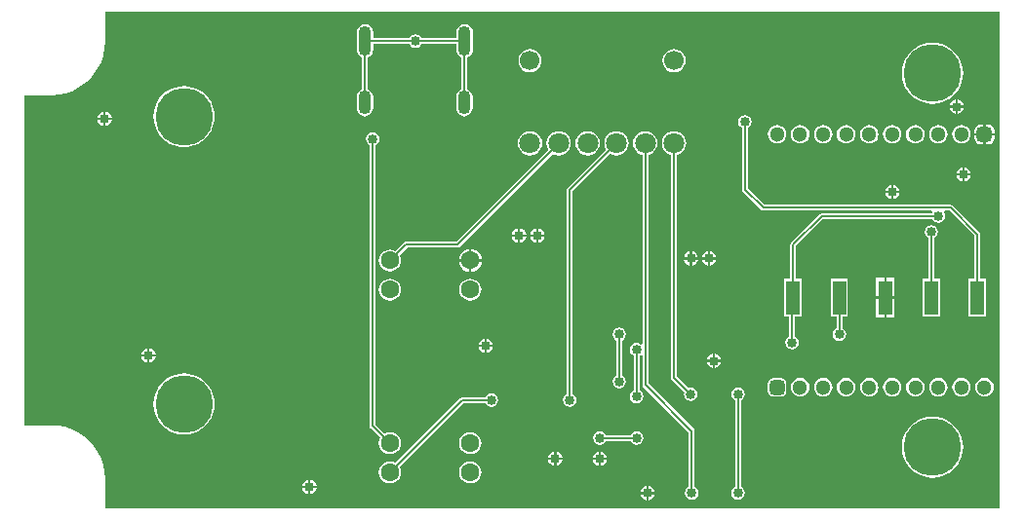
<source format=gbl>
G04*
G04 #@! TF.GenerationSoftware,Altium Limited,Altium Designer,24.1.2 (44)*
G04*
G04 Layer_Physical_Order=2*
G04 Layer_Color=16711680*
%FSLAX44Y44*%
%MOMM*%
G71*
G04*
G04 #@! TF.SameCoordinates,9A0184B9-0745-4BA0-A63A-3E559F80E0CB*
G04*
G04*
G04 #@! TF.FilePolarity,Positive*
G04*
G01*
G75*
%ADD10C,0.2000*%
%ADD31O,1.1000X2.1000*%
%ADD32C,1.3000*%
G04:AMPARAMS|DCode=33|XSize=1.3mm|YSize=1.3mm|CornerRadius=0.325mm|HoleSize=0mm|Usage=FLASHONLY|Rotation=0.000|XOffset=0mm|YOffset=0mm|HoleType=Round|Shape=RoundedRectangle|*
%AMROUNDEDRECTD33*
21,1,1.3000,0.6500,0,0,0.0*
21,1,0.6500,1.3000,0,0,0.0*
1,1,0.6500,0.3250,-0.3250*
1,1,0.6500,-0.3250,-0.3250*
1,1,0.6500,-0.3250,0.3250*
1,1,0.6500,0.3250,0.3250*
%
%ADD33ROUNDEDRECTD33*%
%ADD34O,1.1000X2.6000*%
%ADD35C,1.6000*%
%ADD36C,5.0000*%
%ADD37C,1.7000*%
%ADD38C,1.8000*%
%ADD39C,0.8500*%
%ADD43R,1.2000X3.0000*%
G36*
X853376Y6556D02*
X76556D01*
Y32500D01*
X76600D01*
X76201Y38582D01*
X75012Y44561D01*
X73053Y50333D01*
X70357Y55800D01*
X66970Y60868D01*
X62951Y65451D01*
X58368Y69470D01*
X53300Y72857D01*
X47833Y75553D01*
X42061Y77512D01*
X36082Y78701D01*
X30000Y79100D01*
Y79056D01*
X6556D01*
Y365944D01*
X30000D01*
Y365900D01*
X36082Y366299D01*
X42061Y367488D01*
X47833Y369447D01*
X53300Y372143D01*
X58368Y375530D01*
X62951Y379549D01*
X66970Y384132D01*
X70357Y389200D01*
X73053Y394667D01*
X75012Y400439D01*
X76201Y406418D01*
X76600Y412500D01*
X76556D01*
Y438444D01*
X853376D01*
Y6556D01*
D02*
G37*
%LPC*%
G36*
X388800Y427610D02*
X386973Y427370D01*
X385270Y426665D01*
X383807Y425542D01*
X382686Y424080D01*
X381980Y422377D01*
X381740Y420550D01*
Y415549D01*
X351212D01*
X350145Y417146D01*
X348243Y418416D01*
X346000Y418863D01*
X343756Y418416D01*
X341855Y417146D01*
X340788Y415549D01*
X309460D01*
Y420550D01*
X309220Y422377D01*
X308514Y424080D01*
X307393Y425542D01*
X305930Y426665D01*
X304227Y427370D01*
X302400Y427610D01*
X300573Y427370D01*
X298870Y426665D01*
X297408Y425542D01*
X296285Y424080D01*
X295580Y422377D01*
X295340Y420550D01*
Y405550D01*
X295580Y403723D01*
X296285Y402020D01*
X297408Y400558D01*
X298870Y399436D01*
X299751Y399071D01*
Y371112D01*
X298670Y370664D01*
X297208Y369542D01*
X296085Y368080D01*
X295380Y366377D01*
X295140Y364550D01*
Y354550D01*
X295380Y352723D01*
X296085Y351020D01*
X297208Y349557D01*
X298670Y348436D01*
X300373Y347730D01*
X302200Y347490D01*
X304027Y347730D01*
X305730Y348436D01*
X307192Y349557D01*
X308314Y351020D01*
X309020Y352723D01*
X309260Y354550D01*
Y364550D01*
X309020Y366377D01*
X308314Y368080D01*
X307192Y369542D01*
X305730Y370664D01*
X304849Y371030D01*
Y398988D01*
X305930Y399436D01*
X307393Y400558D01*
X308514Y402020D01*
X309220Y403723D01*
X309460Y405550D01*
Y410451D01*
X340788D01*
X341855Y408854D01*
X343756Y407584D01*
X346000Y407137D01*
X348243Y407584D01*
X350145Y408854D01*
X351212Y410451D01*
X381740D01*
Y405550D01*
X381980Y403723D01*
X382686Y402020D01*
X383807Y400558D01*
X385270Y399436D01*
X386151Y399071D01*
Y371112D01*
X385070Y370664D01*
X383607Y369542D01*
X382486Y368080D01*
X381780Y366377D01*
X381540Y364550D01*
Y354550D01*
X381780Y352723D01*
X382486Y351020D01*
X383607Y349557D01*
X385070Y348436D01*
X386773Y347730D01*
X388600Y347490D01*
X390427Y347730D01*
X392130Y348436D01*
X393592Y349557D01*
X394715Y351020D01*
X395420Y352723D01*
X395660Y354550D01*
Y364550D01*
X395420Y366377D01*
X394715Y368080D01*
X393592Y369542D01*
X392130Y370664D01*
X391249Y371030D01*
Y398988D01*
X392330Y399436D01*
X393792Y400558D01*
X394915Y402020D01*
X395620Y403723D01*
X395860Y405550D01*
Y420550D01*
X395620Y422377D01*
X394915Y424080D01*
X393792Y425542D01*
X392330Y426665D01*
X390627Y427370D01*
X388800Y427610D01*
D02*
G37*
G36*
X570500Y405966D02*
X567890Y405623D01*
X565457Y404615D01*
X563368Y403012D01*
X561765Y400923D01*
X560757Y398490D01*
X560414Y395880D01*
X560757Y393270D01*
X561765Y390837D01*
X563368Y388748D01*
X565457Y387145D01*
X567890Y386137D01*
X570500Y385794D01*
X573111Y386137D01*
X575543Y387145D01*
X577632Y388748D01*
X579235Y390837D01*
X580243Y393270D01*
X580586Y395880D01*
X580243Y398490D01*
X579235Y400923D01*
X577632Y403012D01*
X575543Y404615D01*
X573111Y405623D01*
X570500Y405966D01*
D02*
G37*
G36*
X445500D02*
X442890Y405623D01*
X440457Y404615D01*
X438368Y403012D01*
X436765Y400923D01*
X435757Y398490D01*
X435414Y395880D01*
X435757Y393270D01*
X436765Y390837D01*
X438368Y388748D01*
X440457Y387145D01*
X442890Y386137D01*
X445500Y385794D01*
X448111Y386137D01*
X450543Y387145D01*
X452632Y388748D01*
X454235Y390837D01*
X455243Y393270D01*
X455586Y395880D01*
X455243Y398490D01*
X454235Y400923D01*
X452632Y403012D01*
X450543Y404615D01*
X448111Y405623D01*
X445500Y405966D01*
D02*
G37*
G36*
X795000Y411582D02*
X790842Y411255D01*
X786786Y410281D01*
X782932Y408685D01*
X779376Y406505D01*
X776204Y403796D01*
X773495Y400625D01*
X771315Y397068D01*
X769719Y393214D01*
X768745Y389158D01*
X768418Y385000D01*
X768745Y380842D01*
X769719Y376786D01*
X771315Y372932D01*
X773495Y369375D01*
X776204Y366204D01*
X779376Y363495D01*
X782932Y361315D01*
X786786Y359719D01*
X790842Y358745D01*
X795000Y358418D01*
X799158Y358745D01*
X803214Y359719D01*
X807068Y361315D01*
X810624Y363495D01*
X813796Y366204D01*
X816505Y369375D01*
X818685Y372932D01*
X820281Y376786D01*
X821255Y380842D01*
X821582Y385000D01*
X821255Y389158D01*
X820281Y393214D01*
X818685Y397068D01*
X816505Y400625D01*
X813796Y403796D01*
X810624Y406505D01*
X807068Y408685D01*
X803214Y410281D01*
X799158Y411255D01*
X795000Y411582D01*
D02*
G37*
G36*
X817000Y362174D02*
Y357000D01*
X822173D01*
X821887Y358439D01*
X820506Y360506D01*
X818439Y361887D01*
X817000Y362174D01*
D02*
G37*
G36*
X815000D02*
X813561Y361887D01*
X811494Y360506D01*
X810113Y358439D01*
X809826Y357000D01*
X815000D01*
Y362174D01*
D02*
G37*
G36*
X822173Y355000D02*
X817000D01*
Y349827D01*
X818439Y350113D01*
X820506Y351494D01*
X821887Y353561D01*
X822173Y355000D01*
D02*
G37*
G36*
X815000D02*
X809826D01*
X810113Y353561D01*
X811494Y351494D01*
X813561Y350113D01*
X815000Y349827D01*
Y355000D01*
D02*
G37*
G36*
X77200Y351614D02*
Y346440D01*
X82374D01*
X82087Y347879D01*
X80706Y349946D01*
X78639Y351327D01*
X77200Y351614D01*
D02*
G37*
G36*
X75200D02*
X73761Y351327D01*
X71694Y349946D01*
X70313Y347879D01*
X70026Y346440D01*
X75200D01*
Y351614D01*
D02*
G37*
G36*
X82374Y344440D02*
X77200D01*
Y339267D01*
X78639Y339553D01*
X80706Y340934D01*
X82087Y343001D01*
X82374Y344440D01*
D02*
G37*
G36*
X75200D02*
X70026D01*
X70313Y343001D01*
X71694Y340934D01*
X73761Y339553D01*
X75200Y339267D01*
Y344440D01*
D02*
G37*
G36*
X843250Y340603D02*
X841000D01*
Y333000D01*
X848603D01*
Y335250D01*
X848195Y337298D01*
X847035Y339035D01*
X845298Y340195D01*
X843250Y340603D01*
D02*
G37*
G36*
X839000D02*
X836750D01*
X834702Y340195D01*
X832965Y339035D01*
X831805Y337298D01*
X831397Y335250D01*
Y333000D01*
X839000D01*
Y340603D01*
D02*
G37*
G36*
X820000Y340069D02*
X817912Y339794D01*
X815965Y338988D01*
X814294Y337706D01*
X813012Y336035D01*
X812206Y334088D01*
X811931Y332000D01*
X812206Y329912D01*
X813012Y327966D01*
X814294Y326294D01*
X815965Y325012D01*
X817912Y324206D01*
X820000Y323931D01*
X822088Y324206D01*
X824035Y325012D01*
X825706Y326294D01*
X826988Y327966D01*
X827794Y329912D01*
X828069Y332000D01*
X827794Y334088D01*
X826988Y336035D01*
X825706Y337706D01*
X824035Y338988D01*
X822088Y339794D01*
X820000Y340069D01*
D02*
G37*
G36*
X800000D02*
X797912Y339794D01*
X795965Y338988D01*
X794294Y337706D01*
X793012Y336035D01*
X792206Y334088D01*
X791931Y332000D01*
X792206Y329912D01*
X793012Y327966D01*
X794294Y326294D01*
X795965Y325012D01*
X797912Y324206D01*
X800000Y323931D01*
X802088Y324206D01*
X804035Y325012D01*
X805706Y326294D01*
X806988Y327966D01*
X807794Y329912D01*
X808069Y332000D01*
X807794Y334088D01*
X806988Y336035D01*
X805706Y337706D01*
X804035Y338988D01*
X802088Y339794D01*
X800000Y340069D01*
D02*
G37*
G36*
X780000D02*
X777912Y339794D01*
X775965Y338988D01*
X774294Y337706D01*
X773012Y336035D01*
X772206Y334088D01*
X771931Y332000D01*
X772206Y329912D01*
X773012Y327966D01*
X774294Y326294D01*
X775965Y325012D01*
X777912Y324206D01*
X780000Y323931D01*
X782088Y324206D01*
X784035Y325012D01*
X785706Y326294D01*
X786988Y327966D01*
X787794Y329912D01*
X788069Y332000D01*
X787794Y334088D01*
X786988Y336035D01*
X785706Y337706D01*
X784035Y338988D01*
X782088Y339794D01*
X780000Y340069D01*
D02*
G37*
G36*
X760000D02*
X757912Y339794D01*
X755965Y338988D01*
X754294Y337706D01*
X753012Y336035D01*
X752206Y334088D01*
X751931Y332000D01*
X752206Y329912D01*
X753012Y327966D01*
X754294Y326294D01*
X755965Y325012D01*
X757912Y324206D01*
X760000Y323931D01*
X762088Y324206D01*
X764035Y325012D01*
X765706Y326294D01*
X766988Y327966D01*
X767794Y329912D01*
X768069Y332000D01*
X767794Y334088D01*
X766988Y336035D01*
X765706Y337706D01*
X764035Y338988D01*
X762088Y339794D01*
X760000Y340069D01*
D02*
G37*
G36*
X740000D02*
X737912Y339794D01*
X735965Y338988D01*
X734294Y337706D01*
X733012Y336035D01*
X732206Y334088D01*
X731931Y332000D01*
X732206Y329912D01*
X733012Y327966D01*
X734294Y326294D01*
X735965Y325012D01*
X737912Y324206D01*
X740000Y323931D01*
X742088Y324206D01*
X744035Y325012D01*
X745706Y326294D01*
X746988Y327966D01*
X747794Y329912D01*
X748069Y332000D01*
X747794Y334088D01*
X746988Y336035D01*
X745706Y337706D01*
X744035Y338988D01*
X742088Y339794D01*
X740000Y340069D01*
D02*
G37*
G36*
X720000D02*
X717912Y339794D01*
X715965Y338988D01*
X714294Y337706D01*
X713012Y336035D01*
X712206Y334088D01*
X711931Y332000D01*
X712206Y329912D01*
X713012Y327966D01*
X714294Y326294D01*
X715965Y325012D01*
X717912Y324206D01*
X720000Y323931D01*
X722088Y324206D01*
X724035Y325012D01*
X725706Y326294D01*
X726988Y327966D01*
X727794Y329912D01*
X728069Y332000D01*
X727794Y334088D01*
X726988Y336035D01*
X725706Y337706D01*
X724035Y338988D01*
X722088Y339794D01*
X720000Y340069D01*
D02*
G37*
G36*
X700000D02*
X697912Y339794D01*
X695965Y338988D01*
X694294Y337706D01*
X693012Y336035D01*
X692206Y334088D01*
X691931Y332000D01*
X692206Y329912D01*
X693012Y327966D01*
X694294Y326294D01*
X695965Y325012D01*
X697912Y324206D01*
X700000Y323931D01*
X702088Y324206D01*
X704035Y325012D01*
X705706Y326294D01*
X706988Y327966D01*
X707794Y329912D01*
X708069Y332000D01*
X707794Y334088D01*
X706988Y336035D01*
X705706Y337706D01*
X704035Y338988D01*
X702088Y339794D01*
X700000Y340069D01*
D02*
G37*
G36*
X680000D02*
X677912Y339794D01*
X675965Y338988D01*
X674294Y337706D01*
X673012Y336035D01*
X672206Y334088D01*
X671931Y332000D01*
X672206Y329912D01*
X673012Y327966D01*
X674294Y326294D01*
X675965Y325012D01*
X677912Y324206D01*
X680000Y323931D01*
X682088Y324206D01*
X684035Y325012D01*
X685706Y326294D01*
X686988Y327966D01*
X687794Y329912D01*
X688069Y332000D01*
X687794Y334088D01*
X686988Y336035D01*
X685706Y337706D01*
X684035Y338988D01*
X682088Y339794D01*
X680000Y340069D01*
D02*
G37*
G36*
X660000D02*
X657912Y339794D01*
X655965Y338988D01*
X654294Y337706D01*
X653012Y336035D01*
X652206Y334088D01*
X651931Y332000D01*
X652206Y329912D01*
X653012Y327966D01*
X654294Y326294D01*
X655965Y325012D01*
X657912Y324206D01*
X660000Y323931D01*
X662088Y324206D01*
X664035Y325012D01*
X665706Y326294D01*
X666988Y327966D01*
X667794Y329912D01*
X668069Y332000D01*
X667794Y334088D01*
X666988Y336035D01*
X665706Y337706D01*
X664035Y338988D01*
X662088Y339794D01*
X660000Y340069D01*
D02*
G37*
G36*
X848603Y331000D02*
X841000D01*
Y323397D01*
X843250D01*
X845298Y323805D01*
X847035Y324965D01*
X848195Y326702D01*
X848603Y328750D01*
Y331000D01*
D02*
G37*
G36*
X839000D02*
X831397D01*
Y328750D01*
X831805Y326702D01*
X832965Y324965D01*
X834702Y323805D01*
X836750Y323397D01*
X839000D01*
Y331000D01*
D02*
G37*
G36*
X145000Y374082D02*
X140842Y373755D01*
X136786Y372781D01*
X132932Y371185D01*
X129375Y369005D01*
X126204Y366296D01*
X123495Y363125D01*
X121315Y359568D01*
X119719Y355714D01*
X118745Y351658D01*
X118418Y347500D01*
X118745Y343342D01*
X119719Y339286D01*
X121315Y335432D01*
X123495Y331875D01*
X126204Y328704D01*
X129375Y325995D01*
X132932Y323815D01*
X136786Y322219D01*
X140842Y321245D01*
X145000Y320918D01*
X149158Y321245D01*
X153214Y322219D01*
X157068Y323815D01*
X160625Y325995D01*
X163796Y328704D01*
X166505Y331875D01*
X168685Y335432D01*
X170281Y339286D01*
X171255Y343342D01*
X171582Y347500D01*
X171255Y351658D01*
X170281Y355714D01*
X168685Y359568D01*
X166505Y363125D01*
X163796Y366296D01*
X160625Y369005D01*
X157068Y371185D01*
X153214Y372781D01*
X149158Y373755D01*
X145000Y374082D01*
D02*
G37*
G36*
X520500Y334671D02*
X517759Y334310D01*
X515205Y333252D01*
X513011Y331569D01*
X511328Y329375D01*
X510270Y326821D01*
X509909Y324080D01*
X510270Y321339D01*
X511328Y318785D01*
X511446Y318631D01*
X478258Y285442D01*
X477705Y284615D01*
X477511Y283640D01*
Y106252D01*
X475854Y105146D01*
X474584Y103244D01*
X474137Y101000D01*
X474584Y98757D01*
X475854Y96854D01*
X477757Y95584D01*
X480000Y95137D01*
X482243Y95584D01*
X484146Y96854D01*
X485416Y98757D01*
X485863Y101000D01*
X485416Y103244D01*
X484146Y105146D01*
X482609Y106172D01*
Y282584D01*
X515051Y315026D01*
X515205Y314908D01*
X517759Y313850D01*
X520500Y313489D01*
X523241Y313850D01*
X525795Y314908D01*
X527989Y316591D01*
X529672Y318785D01*
X530730Y321339D01*
X531091Y324080D01*
X530730Y326821D01*
X529672Y329375D01*
X527989Y331569D01*
X525795Y333252D01*
X523241Y334310D01*
X520500Y334671D01*
D02*
G37*
G36*
X495500D02*
X492759Y334310D01*
X490205Y333252D01*
X488011Y331569D01*
X486328Y329375D01*
X485270Y326821D01*
X484909Y324080D01*
X485270Y321339D01*
X486328Y318785D01*
X488011Y316591D01*
X490205Y314908D01*
X492759Y313850D01*
X495500Y313489D01*
X498241Y313850D01*
X500795Y314908D01*
X502989Y316591D01*
X504672Y318785D01*
X505730Y321339D01*
X506091Y324080D01*
X505730Y326821D01*
X504672Y329375D01*
X502989Y331569D01*
X500795Y333252D01*
X498241Y334310D01*
X495500Y334671D01*
D02*
G37*
G36*
X470500D02*
X467759Y334310D01*
X465205Y333252D01*
X463011Y331569D01*
X461328Y329375D01*
X460270Y326821D01*
X459909Y324080D01*
X460270Y321339D01*
X461328Y318785D01*
X461446Y318631D01*
X381764Y238949D01*
X338000D01*
X337024Y238755D01*
X336198Y238202D01*
X328572Y230577D01*
X326330Y231506D01*
X323850Y231832D01*
X321370Y231506D01*
X319059Y230548D01*
X317075Y229025D01*
X315552Y227041D01*
X314594Y224730D01*
X314268Y222250D01*
X314594Y219770D01*
X315552Y217459D01*
X317075Y215474D01*
X319059Y213952D01*
X321370Y212994D01*
X323850Y212668D01*
X326330Y212994D01*
X328641Y213952D01*
X330625Y215474D01*
X332148Y217459D01*
X333106Y219770D01*
X333432Y222250D01*
X333106Y224730D01*
X332177Y226972D01*
X339056Y233851D01*
X382820D01*
X383796Y234045D01*
X384622Y234598D01*
X465051Y315026D01*
X465205Y314908D01*
X467759Y313850D01*
X470500Y313489D01*
X473241Y313850D01*
X475795Y314908D01*
X477989Y316591D01*
X479672Y318785D01*
X480730Y321339D01*
X481091Y324080D01*
X480730Y326821D01*
X479672Y329375D01*
X477989Y331569D01*
X475795Y333252D01*
X473241Y334310D01*
X470500Y334671D01*
D02*
G37*
G36*
X445500D02*
X442759Y334310D01*
X440205Y333252D01*
X438011Y331569D01*
X436328Y329375D01*
X435270Y326821D01*
X434909Y324080D01*
X435270Y321339D01*
X436328Y318785D01*
X438011Y316591D01*
X440205Y314908D01*
X442759Y313850D01*
X445500Y313489D01*
X448241Y313850D01*
X450795Y314908D01*
X452989Y316591D01*
X454672Y318785D01*
X455730Y321339D01*
X456091Y324080D01*
X455730Y326821D01*
X454672Y329375D01*
X452989Y331569D01*
X450795Y333252D01*
X448241Y334310D01*
X445500Y334671D01*
D02*
G37*
G36*
X823000Y303174D02*
Y298000D01*
X828174D01*
X827887Y299439D01*
X826506Y301506D01*
X824439Y302887D01*
X823000Y303174D01*
D02*
G37*
G36*
X821000D02*
X819561Y302887D01*
X817494Y301506D01*
X816113Y299439D01*
X815826Y298000D01*
X821000D01*
Y303174D01*
D02*
G37*
G36*
X828174Y296000D02*
X823000D01*
Y290826D01*
X824439Y291113D01*
X826506Y292494D01*
X827887Y294561D01*
X828174Y296000D01*
D02*
G37*
G36*
X821000D02*
X815826D01*
X816113Y294561D01*
X817494Y292494D01*
X819561Y291113D01*
X821000Y290826D01*
Y296000D01*
D02*
G37*
G36*
X761000Y288174D02*
Y283000D01*
X766174D01*
X765887Y284439D01*
X764506Y286506D01*
X762439Y287887D01*
X761000Y288174D01*
D02*
G37*
G36*
X759000D02*
X757561Y287887D01*
X755494Y286506D01*
X754113Y284439D01*
X753827Y283000D01*
X759000D01*
Y288174D01*
D02*
G37*
G36*
X766174Y281000D02*
X761000D01*
Y275826D01*
X762439Y276113D01*
X764506Y277494D01*
X765887Y279561D01*
X766174Y281000D01*
D02*
G37*
G36*
X759000D02*
X753827D01*
X754113Y279561D01*
X755494Y277494D01*
X757561Y276113D01*
X759000Y275826D01*
Y281000D01*
D02*
G37*
G36*
X452750Y250173D02*
Y245000D01*
X457924D01*
X457637Y246439D01*
X456256Y248506D01*
X454189Y249887D01*
X452750Y250173D01*
D02*
G37*
G36*
X450750D02*
X449311Y249887D01*
X447244Y248506D01*
X445863Y246439D01*
X445577Y245000D01*
X450750D01*
Y250173D01*
D02*
G37*
G36*
X437000D02*
Y245000D01*
X442174D01*
X441887Y246439D01*
X440506Y248506D01*
X438439Y249887D01*
X437000Y250173D01*
D02*
G37*
G36*
X435000D02*
X433561Y249887D01*
X431494Y248506D01*
X430113Y246439D01*
X429826Y245000D01*
X435000D01*
Y250173D01*
D02*
G37*
G36*
X457924Y243000D02*
X452750D01*
Y237826D01*
X454189Y238113D01*
X456256Y239494D01*
X457637Y241561D01*
X457924Y243000D01*
D02*
G37*
G36*
X450750D02*
X445577D01*
X445863Y241561D01*
X447244Y239494D01*
X449311Y238113D01*
X450750Y237826D01*
Y243000D01*
D02*
G37*
G36*
X442174D02*
X437000D01*
Y237826D01*
X438439Y238113D01*
X440506Y239494D01*
X441887Y241561D01*
X442174Y243000D01*
D02*
G37*
G36*
X435000D02*
X429826D01*
X430113Y241561D01*
X431494Y239494D01*
X433561Y238113D01*
X435000Y237826D01*
Y243000D01*
D02*
G37*
G36*
X602000Y230174D02*
Y225000D01*
X607174D01*
X606887Y226439D01*
X605506Y228506D01*
X603439Y229887D01*
X602000Y230174D01*
D02*
G37*
G36*
X600000D02*
X598561Y229887D01*
X596494Y228506D01*
X595113Y226439D01*
X594826Y225000D01*
X600000D01*
Y230174D01*
D02*
G37*
G36*
X586250D02*
Y225000D01*
X591423D01*
X591137Y226439D01*
X589756Y228506D01*
X587689Y229887D01*
X586250Y230174D01*
D02*
G37*
G36*
X584250D02*
X582811Y229887D01*
X580744Y228506D01*
X579363Y226439D01*
X579076Y225000D01*
X584250D01*
Y230174D01*
D02*
G37*
G36*
X394700Y232205D02*
Y223250D01*
X403655D01*
X403443Y224860D01*
X402435Y227293D01*
X400832Y229382D01*
X398743Y230985D01*
X396311Y231993D01*
X394700Y232205D01*
D02*
G37*
G36*
X392700D02*
X391090Y231993D01*
X388657Y230985D01*
X386568Y229382D01*
X384965Y227293D01*
X383957Y224860D01*
X383745Y223250D01*
X392700D01*
Y232205D01*
D02*
G37*
G36*
X607174Y223000D02*
X602000D01*
Y217826D01*
X603439Y218113D01*
X605506Y219494D01*
X606887Y221561D01*
X607174Y223000D01*
D02*
G37*
G36*
X600000D02*
X594826D01*
X595113Y221561D01*
X596494Y219494D01*
X598561Y218113D01*
X600000Y217826D01*
Y223000D01*
D02*
G37*
G36*
X591423D02*
X586250D01*
Y217826D01*
X587689Y218113D01*
X589756Y219494D01*
X591137Y221561D01*
X591423Y223000D01*
D02*
G37*
G36*
X584250D02*
X579076D01*
X579363Y221561D01*
X580744Y219494D01*
X582811Y218113D01*
X584250Y217826D01*
Y223000D01*
D02*
G37*
G36*
X403655Y221250D02*
X394700D01*
Y212295D01*
X396311Y212507D01*
X398743Y213515D01*
X400832Y215118D01*
X402435Y217207D01*
X403443Y219639D01*
X403655Y221250D01*
D02*
G37*
G36*
X392700D02*
X383745D01*
X383957Y219639D01*
X384965Y217207D01*
X386568Y215118D01*
X388657Y213515D01*
X391090Y212507D01*
X392700Y212295D01*
Y221250D01*
D02*
G37*
G36*
X762000Y207000D02*
X755000D01*
Y191000D01*
X762000D01*
Y207000D01*
D02*
G37*
G36*
X753000D02*
X746000D01*
Y191000D01*
X753000D01*
Y207000D01*
D02*
G37*
G36*
X393700Y206432D02*
X391220Y206105D01*
X388909Y205148D01*
X386925Y203625D01*
X385402Y201641D01*
X384445Y199330D01*
X384118Y196850D01*
X384445Y194370D01*
X385402Y192059D01*
X386925Y190075D01*
X388909Y188552D01*
X391220Y187595D01*
X393700Y187268D01*
X396180Y187595D01*
X398491Y188552D01*
X400475Y190075D01*
X401998Y192059D01*
X402956Y194370D01*
X403282Y196850D01*
X402956Y199330D01*
X401998Y201641D01*
X400475Y203625D01*
X398491Y205148D01*
X396180Y206105D01*
X393700Y206432D01*
D02*
G37*
G36*
X323850D02*
X321370Y206105D01*
X319059Y205148D01*
X317075Y203625D01*
X315552Y201641D01*
X314594Y199330D01*
X314268Y196850D01*
X314594Y194370D01*
X315552Y192059D01*
X317075Y190075D01*
X319059Y188552D01*
X321370Y187595D01*
X323850Y187268D01*
X326330Y187595D01*
X328641Y188552D01*
X330625Y190075D01*
X332148Y192059D01*
X333106Y194370D01*
X333432Y196850D01*
X333106Y199330D01*
X332148Y201641D01*
X330625Y203625D01*
X328641Y205148D01*
X326330Y206105D01*
X323850Y206432D01*
D02*
G37*
G36*
X632000Y348725D02*
X629757Y348279D01*
X627854Y347008D01*
X626584Y345106D01*
X626137Y342863D01*
X626584Y340619D01*
X627854Y338717D01*
X629451Y337650D01*
Y284000D01*
X629645Y283025D01*
X630198Y282198D01*
X646198Y266198D01*
X647025Y265645D01*
X648000Y265451D01*
X793821D01*
X794523Y264181D01*
X794131Y263549D01*
X699000D01*
X698025Y263355D01*
X697198Y262802D01*
X672198Y237802D01*
X671645Y236975D01*
X671451Y236000D01*
Y206500D01*
X666500D01*
Y173500D01*
X670451D01*
Y156212D01*
X668855Y155146D01*
X667584Y153244D01*
X667137Y151000D01*
X667584Y148757D01*
X668855Y146854D01*
X670757Y145584D01*
X673000Y145137D01*
X675244Y145584D01*
X677145Y146854D01*
X678416Y148757D01*
X678863Y151000D01*
X678416Y153244D01*
X677145Y155146D01*
X675549Y156212D01*
Y173500D01*
X681500D01*
Y206500D01*
X676549D01*
Y234944D01*
X700056Y258451D01*
X794788D01*
X795854Y256854D01*
X797757Y255584D01*
X800000Y255137D01*
X802243Y255584D01*
X804146Y256854D01*
X805416Y258757D01*
X805863Y261000D01*
X805416Y263244D01*
X804790Y264181D01*
X805469Y265451D01*
X809944D01*
X831451Y243944D01*
Y206500D01*
X826500D01*
Y173500D01*
X841500D01*
Y206500D01*
X836549D01*
Y245000D01*
X836355Y245975D01*
X835802Y246802D01*
X812802Y269802D01*
X811975Y270355D01*
X811000Y270549D01*
X649056D01*
X634549Y285056D01*
Y337650D01*
X636146Y338717D01*
X637416Y340619D01*
X637863Y342863D01*
X637416Y345106D01*
X636146Y347008D01*
X634244Y348279D01*
X632000Y348725D01*
D02*
G37*
G36*
X794000Y252863D02*
X791757Y252416D01*
X789855Y251145D01*
X788584Y249244D01*
X788137Y247000D01*
X788584Y244757D01*
X789855Y242854D01*
X791451Y241788D01*
Y206500D01*
X786500D01*
Y173500D01*
X801500D01*
Y206500D01*
X796549D01*
Y241788D01*
X798146Y242854D01*
X799416Y244757D01*
X799863Y247000D01*
X799416Y249244D01*
X798146Y251145D01*
X796244Y252416D01*
X794000Y252863D01*
D02*
G37*
G36*
X762000Y189000D02*
X755000D01*
Y173000D01*
X762000D01*
Y189000D01*
D02*
G37*
G36*
X753000D02*
X746000D01*
Y173000D01*
X753000D01*
Y189000D01*
D02*
G37*
G36*
X721500Y206500D02*
X706500D01*
Y173500D01*
X711451D01*
Y163212D01*
X709855Y162146D01*
X708584Y160243D01*
X708137Y158000D01*
X708584Y155757D01*
X709855Y153855D01*
X711757Y152584D01*
X714000Y152137D01*
X716244Y152584D01*
X718146Y153855D01*
X719416Y155757D01*
X719863Y158000D01*
X719416Y160243D01*
X718146Y162146D01*
X716549Y163212D01*
Y173500D01*
X721500D01*
Y206500D01*
D02*
G37*
G36*
X545500Y334671D02*
X542759Y334310D01*
X540205Y333252D01*
X538011Y331569D01*
X536328Y329375D01*
X535270Y326821D01*
X534909Y324080D01*
X535270Y321339D01*
X536328Y318785D01*
X538011Y316591D01*
X540205Y314908D01*
X542759Y313850D01*
X542951Y313825D01*
Y149915D01*
X541681Y149319D01*
X540243Y150279D01*
X538000Y150725D01*
X535756Y150279D01*
X533854Y149008D01*
X532584Y147106D01*
X532137Y144863D01*
X532584Y142619D01*
X533854Y140717D01*
X535451Y139650D01*
Y109212D01*
X533854Y108146D01*
X532584Y106243D01*
X532137Y104000D01*
X532584Y101756D01*
X533854Y99854D01*
X535756Y98584D01*
X538000Y98137D01*
X540243Y98584D01*
X542146Y99854D01*
X543416Y101756D01*
X543863Y104000D01*
X543416Y106243D01*
X542146Y108146D01*
X540549Y109212D01*
Y139650D01*
X541681Y140407D01*
X542951Y139811D01*
Y114500D01*
X543145Y113525D01*
X543698Y112698D01*
X583451Y72944D01*
Y25212D01*
X581855Y24146D01*
X580584Y22243D01*
X580137Y20000D01*
X580584Y17757D01*
X581855Y15855D01*
X583756Y14584D01*
X586000Y14137D01*
X588243Y14584D01*
X590145Y15855D01*
X591416Y17757D01*
X591863Y20000D01*
X591416Y22243D01*
X590145Y24146D01*
X588549Y25212D01*
Y74000D01*
X588355Y74976D01*
X587802Y75802D01*
X548049Y115556D01*
Y313825D01*
X548241Y313850D01*
X550795Y314908D01*
X552989Y316591D01*
X554672Y318785D01*
X555730Y321339D01*
X556091Y324080D01*
X555730Y326821D01*
X554672Y329375D01*
X552989Y331569D01*
X550795Y333252D01*
X548241Y334310D01*
X545500Y334671D01*
D02*
G37*
G36*
X408000Y154174D02*
Y149000D01*
X413173D01*
X412887Y150439D01*
X411506Y152506D01*
X409439Y153887D01*
X408000Y154174D01*
D02*
G37*
G36*
X406000D02*
X404561Y153887D01*
X402494Y152506D01*
X401113Y150439D01*
X400826Y149000D01*
X406000D01*
Y154174D01*
D02*
G37*
G36*
X413173Y147000D02*
X408000D01*
Y141826D01*
X409439Y142113D01*
X411506Y143494D01*
X412887Y145561D01*
X413173Y147000D01*
D02*
G37*
G36*
X406000D02*
X400826D01*
X401113Y145561D01*
X402494Y143494D01*
X404561Y142113D01*
X406000Y141826D01*
Y147000D01*
D02*
G37*
G36*
X115300Y145873D02*
Y140700D01*
X120473D01*
X120187Y142139D01*
X118806Y144206D01*
X116739Y145587D01*
X115300Y145873D01*
D02*
G37*
G36*
X113300D02*
X111861Y145587D01*
X109794Y144206D01*
X108413Y142139D01*
X108126Y140700D01*
X113300D01*
Y145873D01*
D02*
G37*
G36*
X606000Y141174D02*
Y136000D01*
X611174D01*
X610887Y137439D01*
X609506Y139506D01*
X607439Y140887D01*
X606000Y141174D01*
D02*
G37*
G36*
X604000D02*
X602561Y140887D01*
X600494Y139506D01*
X599113Y137439D01*
X598826Y136000D01*
X604000D01*
Y141174D01*
D02*
G37*
G36*
X120473Y138700D02*
X115300D01*
Y133526D01*
X116739Y133813D01*
X118806Y135194D01*
X120187Y137261D01*
X120473Y138700D01*
D02*
G37*
G36*
X113300D02*
X108126D01*
X108413Y137261D01*
X109794Y135194D01*
X111861Y133813D01*
X113300Y133526D01*
Y138700D01*
D02*
G37*
G36*
X611174Y134000D02*
X606000D01*
Y128827D01*
X607439Y129113D01*
X609506Y130494D01*
X610887Y132561D01*
X611174Y134000D01*
D02*
G37*
G36*
X604000D02*
X598826D01*
X599113Y132561D01*
X600494Y130494D01*
X602561Y129113D01*
X604000Y128827D01*
Y134000D01*
D02*
G37*
G36*
X523000Y163863D02*
X520756Y163416D01*
X518854Y162146D01*
X517584Y160243D01*
X517137Y158000D01*
X517584Y155757D01*
X518854Y153855D01*
X520451Y152788D01*
Y122212D01*
X518854Y121145D01*
X517584Y119243D01*
X517137Y117000D01*
X517584Y114756D01*
X518854Y112854D01*
X520756Y111584D01*
X523000Y111137D01*
X525243Y111584D01*
X527146Y112854D01*
X528416Y114756D01*
X528863Y117000D01*
X528416Y119243D01*
X527146Y121145D01*
X525549Y122212D01*
Y152788D01*
X527146Y153855D01*
X528416Y155757D01*
X528863Y158000D01*
X528416Y160243D01*
X527146Y162146D01*
X525243Y163416D01*
X523000Y163863D01*
D02*
G37*
G36*
X840000Y120069D02*
X837912Y119794D01*
X835965Y118988D01*
X834294Y117706D01*
X833012Y116034D01*
X832206Y114088D01*
X831931Y112000D01*
X832206Y109912D01*
X833012Y107965D01*
X834294Y106294D01*
X835965Y105012D01*
X837912Y104206D01*
X840000Y103931D01*
X842088Y104206D01*
X844035Y105012D01*
X845706Y106294D01*
X846988Y107965D01*
X847794Y109912D01*
X848069Y112000D01*
X847794Y114088D01*
X846988Y116034D01*
X845706Y117706D01*
X844035Y118988D01*
X842088Y119794D01*
X840000Y120069D01*
D02*
G37*
G36*
X820000D02*
X817912Y119794D01*
X815965Y118988D01*
X814294Y117706D01*
X813012Y116034D01*
X812206Y114088D01*
X811931Y112000D01*
X812206Y109912D01*
X813012Y107965D01*
X814294Y106294D01*
X815965Y105012D01*
X817912Y104206D01*
X820000Y103931D01*
X822088Y104206D01*
X824035Y105012D01*
X825706Y106294D01*
X826988Y107965D01*
X827794Y109912D01*
X828069Y112000D01*
X827794Y114088D01*
X826988Y116034D01*
X825706Y117706D01*
X824035Y118988D01*
X822088Y119794D01*
X820000Y120069D01*
D02*
G37*
G36*
X800000D02*
X797912Y119794D01*
X795965Y118988D01*
X794294Y117706D01*
X793012Y116034D01*
X792206Y114088D01*
X791931Y112000D01*
X792206Y109912D01*
X793012Y107965D01*
X794294Y106294D01*
X795965Y105012D01*
X797912Y104206D01*
X800000Y103931D01*
X802088Y104206D01*
X804035Y105012D01*
X805706Y106294D01*
X806988Y107965D01*
X807794Y109912D01*
X808069Y112000D01*
X807794Y114088D01*
X806988Y116034D01*
X805706Y117706D01*
X804035Y118988D01*
X802088Y119794D01*
X800000Y120069D01*
D02*
G37*
G36*
X780000D02*
X777912Y119794D01*
X775965Y118988D01*
X774294Y117706D01*
X773012Y116034D01*
X772206Y114088D01*
X771931Y112000D01*
X772206Y109912D01*
X773012Y107965D01*
X774294Y106294D01*
X775965Y105012D01*
X777912Y104206D01*
X780000Y103931D01*
X782088Y104206D01*
X784035Y105012D01*
X785706Y106294D01*
X786988Y107965D01*
X787794Y109912D01*
X788069Y112000D01*
X787794Y114088D01*
X786988Y116034D01*
X785706Y117706D01*
X784035Y118988D01*
X782088Y119794D01*
X780000Y120069D01*
D02*
G37*
G36*
X760000D02*
X757912Y119794D01*
X755965Y118988D01*
X754294Y117706D01*
X753012Y116034D01*
X752206Y114088D01*
X751931Y112000D01*
X752206Y109912D01*
X753012Y107965D01*
X754294Y106294D01*
X755965Y105012D01*
X757912Y104206D01*
X760000Y103931D01*
X762088Y104206D01*
X764035Y105012D01*
X765706Y106294D01*
X766988Y107965D01*
X767794Y109912D01*
X768069Y112000D01*
X767794Y114088D01*
X766988Y116034D01*
X765706Y117706D01*
X764035Y118988D01*
X762088Y119794D01*
X760000Y120069D01*
D02*
G37*
G36*
X740000D02*
X737912Y119794D01*
X735965Y118988D01*
X734294Y117706D01*
X733012Y116034D01*
X732206Y114088D01*
X731931Y112000D01*
X732206Y109912D01*
X733012Y107965D01*
X734294Y106294D01*
X735965Y105012D01*
X737912Y104206D01*
X740000Y103931D01*
X742088Y104206D01*
X744035Y105012D01*
X745706Y106294D01*
X746988Y107965D01*
X747794Y109912D01*
X748069Y112000D01*
X747794Y114088D01*
X746988Y116034D01*
X745706Y117706D01*
X744035Y118988D01*
X742088Y119794D01*
X740000Y120069D01*
D02*
G37*
G36*
X720000D02*
X717912Y119794D01*
X715965Y118988D01*
X714294Y117706D01*
X713012Y116034D01*
X712206Y114088D01*
X711931Y112000D01*
X712206Y109912D01*
X713012Y107965D01*
X714294Y106294D01*
X715965Y105012D01*
X717912Y104206D01*
X720000Y103931D01*
X722088Y104206D01*
X724035Y105012D01*
X725706Y106294D01*
X726988Y107965D01*
X727794Y109912D01*
X728069Y112000D01*
X727794Y114088D01*
X726988Y116034D01*
X725706Y117706D01*
X724035Y118988D01*
X722088Y119794D01*
X720000Y120069D01*
D02*
G37*
G36*
X700000D02*
X697912Y119794D01*
X695965Y118988D01*
X694294Y117706D01*
X693012Y116034D01*
X692206Y114088D01*
X691931Y112000D01*
X692206Y109912D01*
X693012Y107965D01*
X694294Y106294D01*
X695965Y105012D01*
X697912Y104206D01*
X700000Y103931D01*
X702088Y104206D01*
X704035Y105012D01*
X705706Y106294D01*
X706988Y107965D01*
X707794Y109912D01*
X708069Y112000D01*
X707794Y114088D01*
X706988Y116034D01*
X705706Y117706D01*
X704035Y118988D01*
X702088Y119794D01*
X700000Y120069D01*
D02*
G37*
G36*
X680000D02*
X677912Y119794D01*
X675965Y118988D01*
X674294Y117706D01*
X673012Y116034D01*
X672206Y114088D01*
X671931Y112000D01*
X672206Y109912D01*
X673012Y107965D01*
X674294Y106294D01*
X675965Y105012D01*
X677912Y104206D01*
X680000Y103931D01*
X682088Y104206D01*
X684035Y105012D01*
X685706Y106294D01*
X686988Y107965D01*
X687794Y109912D01*
X688069Y112000D01*
X687794Y114088D01*
X686988Y116034D01*
X685706Y117706D01*
X684035Y118988D01*
X682088Y119794D01*
X680000Y120069D01*
D02*
G37*
G36*
X663250Y120093D02*
X656750D01*
X654897Y119724D01*
X653325Y118675D01*
X652276Y117103D01*
X651907Y115250D01*
Y108750D01*
X652276Y106897D01*
X653325Y105325D01*
X654897Y104276D01*
X656750Y103907D01*
X663250D01*
X665103Y104276D01*
X666675Y105325D01*
X667724Y106897D01*
X668093Y108750D01*
Y115250D01*
X667724Y117103D01*
X666675Y118675D01*
X665103Y119724D01*
X663250Y120093D01*
D02*
G37*
G36*
X570500Y334671D02*
X567759Y334310D01*
X565205Y333252D01*
X563011Y331569D01*
X561328Y329375D01*
X560270Y326821D01*
X559909Y324080D01*
X560270Y321339D01*
X561328Y318785D01*
X563011Y316591D01*
X565205Y314908D01*
X567759Y313850D01*
X567951Y313825D01*
Y120500D01*
X568145Y119524D01*
X568698Y118698D01*
X579512Y107883D01*
X579137Y106000D01*
X579584Y103757D01*
X580854Y101854D01*
X582757Y100584D01*
X585000Y100137D01*
X587243Y100584D01*
X589146Y101854D01*
X590416Y103757D01*
X590863Y106000D01*
X590416Y108244D01*
X589146Y110146D01*
X587243Y111416D01*
X585000Y111863D01*
X583117Y111488D01*
X573049Y121556D01*
Y313825D01*
X573241Y313850D01*
X575795Y314908D01*
X577989Y316591D01*
X579672Y318785D01*
X580730Y321339D01*
X581091Y324080D01*
X580730Y326821D01*
X579672Y329375D01*
X577989Y331569D01*
X575795Y333252D01*
X573241Y334310D01*
X570500Y334671D01*
D02*
G37*
G36*
X412000Y106863D02*
X409757Y106416D01*
X407854Y105146D01*
X406788Y103549D01*
X386750D01*
X385775Y103355D01*
X384948Y102802D01*
X328572Y46427D01*
X326330Y47355D01*
X323850Y47682D01*
X321370Y47355D01*
X319059Y46398D01*
X317075Y44875D01*
X315552Y42891D01*
X314594Y40580D01*
X314268Y38100D01*
X314594Y35620D01*
X315552Y33309D01*
X317075Y31325D01*
X319059Y29802D01*
X321370Y28844D01*
X323850Y28518D01*
X326330Y28844D01*
X328641Y29802D01*
X330625Y31325D01*
X332148Y33309D01*
X333106Y35620D01*
X333432Y38100D01*
X333106Y40580D01*
X332177Y42822D01*
X387806Y98451D01*
X406788D01*
X407854Y96854D01*
X409757Y95584D01*
X412000Y95137D01*
X414244Y95584D01*
X416146Y96854D01*
X417416Y98757D01*
X417863Y101000D01*
X417416Y103244D01*
X416146Y105146D01*
X414244Y106416D01*
X412000Y106863D01*
D02*
G37*
G36*
X145000Y124082D02*
X140842Y123755D01*
X136786Y122781D01*
X132932Y121185D01*
X129375Y119005D01*
X126204Y116296D01*
X123495Y113125D01*
X121315Y109568D01*
X119719Y105714D01*
X118745Y101658D01*
X118418Y97500D01*
X118745Y93342D01*
X119719Y89286D01*
X121315Y85432D01*
X123495Y81875D01*
X126204Y78704D01*
X129375Y75995D01*
X132932Y73815D01*
X136786Y72219D01*
X140842Y71245D01*
X145000Y70918D01*
X149158Y71245D01*
X153214Y72219D01*
X157068Y73815D01*
X160625Y75995D01*
X163796Y78704D01*
X166505Y81875D01*
X168685Y85432D01*
X170281Y89286D01*
X171255Y93342D01*
X171582Y97500D01*
X171255Y101658D01*
X170281Y105714D01*
X168685Y109568D01*
X166505Y113125D01*
X163796Y116296D01*
X160625Y119005D01*
X157068Y121185D01*
X153214Y122781D01*
X149158Y123755D01*
X145000Y124082D01*
D02*
G37*
G36*
X538000Y73863D02*
X535756Y73416D01*
X533854Y72146D01*
X532788Y70549D01*
X511212D01*
X510145Y72146D01*
X508243Y73416D01*
X506000Y73863D01*
X503756Y73416D01*
X501855Y72146D01*
X500584Y70244D01*
X500137Y68000D01*
X500584Y65757D01*
X501855Y63854D01*
X503756Y62584D01*
X506000Y62137D01*
X508243Y62584D01*
X510145Y63854D01*
X511212Y65451D01*
X532788D01*
X533854Y63854D01*
X535756Y62584D01*
X538000Y62137D01*
X540243Y62584D01*
X542146Y63854D01*
X543416Y65757D01*
X543863Y68000D01*
X543416Y70244D01*
X542146Y72146D01*
X540243Y73416D01*
X538000Y73863D01*
D02*
G37*
G36*
X393700Y73082D02*
X391220Y72755D01*
X388909Y71798D01*
X386925Y70275D01*
X385402Y68291D01*
X384445Y65980D01*
X384118Y63500D01*
X384445Y61020D01*
X385402Y58709D01*
X386925Y56725D01*
X388909Y55202D01*
X391220Y54244D01*
X393700Y53918D01*
X396180Y54244D01*
X398491Y55202D01*
X400475Y56725D01*
X401998Y58709D01*
X402956Y61020D01*
X403282Y63500D01*
X402956Y65980D01*
X401998Y68291D01*
X400475Y70275D01*
X398491Y71798D01*
X396180Y72755D01*
X393700Y73082D01*
D02*
G37*
G36*
X309000Y333863D02*
X306756Y333416D01*
X304855Y332146D01*
X303584Y330243D01*
X303137Y328000D01*
X303584Y325756D01*
X304855Y323854D01*
X306451Y322788D01*
Y78350D01*
X306645Y77375D01*
X307198Y76548D01*
X315523Y68222D01*
X314594Y65980D01*
X314268Y63500D01*
X314594Y61020D01*
X315552Y58709D01*
X317075Y56725D01*
X319059Y55202D01*
X321370Y54244D01*
X323850Y53918D01*
X326330Y54244D01*
X328641Y55202D01*
X330625Y56725D01*
X332148Y58709D01*
X333106Y61020D01*
X333432Y63500D01*
X333106Y65980D01*
X332148Y68291D01*
X330625Y70275D01*
X328641Y71798D01*
X326330Y72755D01*
X323850Y73082D01*
X321370Y72755D01*
X319128Y71827D01*
X311549Y79406D01*
Y322788D01*
X313146Y323854D01*
X314416Y325756D01*
X314863Y328000D01*
X314416Y330243D01*
X313146Y332146D01*
X311243Y333416D01*
X309000Y333863D01*
D02*
G37*
G36*
X507000Y56174D02*
Y51000D01*
X512174D01*
X511887Y52439D01*
X510506Y54506D01*
X508439Y55887D01*
X507000Y56174D01*
D02*
G37*
G36*
X505000D02*
X503561Y55887D01*
X501494Y54506D01*
X500113Y52439D01*
X499827Y51000D01*
X505000D01*
Y56174D01*
D02*
G37*
G36*
X468500D02*
Y51000D01*
X473674D01*
X473387Y52439D01*
X472006Y54506D01*
X469939Y55887D01*
X468500Y56174D01*
D02*
G37*
G36*
X466500D02*
X465061Y55887D01*
X462994Y54506D01*
X461613Y52439D01*
X461326Y51000D01*
X466500D01*
Y56174D01*
D02*
G37*
G36*
X512174Y49000D02*
X507000D01*
Y43826D01*
X508439Y44113D01*
X510506Y45494D01*
X511887Y47561D01*
X512174Y49000D01*
D02*
G37*
G36*
X505000D02*
X499827D01*
X500113Y47561D01*
X501494Y45494D01*
X503561Y44113D01*
X505000Y43826D01*
Y49000D01*
D02*
G37*
G36*
X473674D02*
X468500D01*
Y43826D01*
X469939Y44113D01*
X472006Y45494D01*
X473387Y47561D01*
X473674Y49000D01*
D02*
G37*
G36*
X466500D02*
X461326D01*
X461613Y47561D01*
X462994Y45494D01*
X465061Y44113D01*
X466500Y43826D01*
Y49000D01*
D02*
G37*
G36*
X795000Y86582D02*
X790842Y86255D01*
X786786Y85281D01*
X782932Y83685D01*
X779376Y81505D01*
X776204Y78796D01*
X773495Y75624D01*
X771315Y72068D01*
X769719Y68214D01*
X768745Y64158D01*
X768418Y60000D01*
X768745Y55842D01*
X769719Y51786D01*
X771315Y47932D01*
X773495Y44376D01*
X776204Y41204D01*
X779376Y38495D01*
X782932Y36315D01*
X786786Y34719D01*
X790842Y33745D01*
X795000Y33418D01*
X799158Y33745D01*
X803214Y34719D01*
X807068Y36315D01*
X810624Y38495D01*
X813796Y41204D01*
X816505Y44376D01*
X818685Y47932D01*
X820281Y51786D01*
X821255Y55842D01*
X821582Y60000D01*
X821255Y64158D01*
X820281Y68214D01*
X818685Y72068D01*
X816505Y75624D01*
X813796Y78796D01*
X810624Y81505D01*
X807068Y83685D01*
X803214Y85281D01*
X799158Y86255D01*
X795000Y86582D01*
D02*
G37*
G36*
X393700Y47682D02*
X391220Y47355D01*
X388909Y46398D01*
X386925Y44875D01*
X385402Y42891D01*
X384445Y40580D01*
X384118Y38100D01*
X384445Y35620D01*
X385402Y33309D01*
X386925Y31325D01*
X388909Y29802D01*
X391220Y28844D01*
X393700Y28518D01*
X396180Y28844D01*
X398491Y29802D01*
X400475Y31325D01*
X401998Y33309D01*
X402956Y35620D01*
X403282Y38100D01*
X402956Y40580D01*
X401998Y42891D01*
X400475Y44875D01*
X398491Y46398D01*
X396180Y47355D01*
X393700Y47682D01*
D02*
G37*
G36*
X255000Y31574D02*
Y26400D01*
X260173D01*
X259887Y27839D01*
X258506Y29906D01*
X256439Y31287D01*
X255000Y31574D01*
D02*
G37*
G36*
X253000D02*
X251561Y31287D01*
X249494Y29906D01*
X248113Y27839D01*
X247826Y26400D01*
X253000D01*
Y31574D01*
D02*
G37*
G36*
X548500Y26174D02*
Y21000D01*
X553674D01*
X553387Y22439D01*
X552006Y24506D01*
X549939Y25887D01*
X548500Y26174D01*
D02*
G37*
G36*
X546500D02*
X545061Y25887D01*
X542994Y24506D01*
X541613Y22439D01*
X541326Y21000D01*
X546500D01*
Y26174D01*
D02*
G37*
G36*
X260173Y24400D02*
X255000D01*
Y19226D01*
X256439Y19513D01*
X258506Y20894D01*
X259887Y22961D01*
X260173Y24400D01*
D02*
G37*
G36*
X253000D02*
X247826D01*
X248113Y22961D01*
X249494Y20894D01*
X251561Y19513D01*
X253000Y19226D01*
Y24400D01*
D02*
G37*
G36*
X626000Y111863D02*
X623756Y111416D01*
X621855Y110146D01*
X620584Y108244D01*
X620137Y106000D01*
X620584Y103757D01*
X621855Y101854D01*
X623451Y100788D01*
Y25212D01*
X621855Y24146D01*
X620584Y22243D01*
X620137Y20000D01*
X620584Y17757D01*
X621855Y15855D01*
X623756Y14584D01*
X626000Y14137D01*
X628243Y14584D01*
X630145Y15855D01*
X631416Y17757D01*
X631863Y20000D01*
X631416Y22243D01*
X630145Y24146D01*
X628549Y25212D01*
Y100788D01*
X630145Y101854D01*
X631416Y103757D01*
X631863Y106000D01*
X631416Y108244D01*
X630145Y110146D01*
X628243Y111416D01*
X626000Y111863D01*
D02*
G37*
G36*
X553674Y19000D02*
X548500D01*
Y13827D01*
X549939Y14113D01*
X552006Y15494D01*
X553387Y17561D01*
X553674Y19000D01*
D02*
G37*
G36*
X546500D02*
X541326D01*
X541613Y17561D01*
X542994Y15494D01*
X545061Y14113D01*
X546500Y13827D01*
Y19000D01*
D02*
G37*
%LPD*%
D10*
X570500Y120500D02*
X585000Y106000D01*
X570500Y120500D02*
Y324080D01*
X674000Y236000D02*
X699000Y261000D01*
X800000D01*
X632000Y284000D02*
Y342863D01*
X648000Y268000D02*
X811000D01*
X632000Y284000D02*
X648000Y268000D01*
X811000D02*
X834000Y245000D01*
Y190000D02*
Y245000D01*
X323850Y38100D02*
X386750Y101000D01*
X412000D01*
X523000Y117000D02*
Y158000D01*
X586000Y20000D02*
Y74000D01*
X545500Y114500D02*
Y324080D01*
Y114500D02*
X586000Y74000D01*
X538000Y104000D02*
Y144863D01*
X506000Y68000D02*
X538000D01*
X673000Y189000D02*
X674000Y190000D01*
X673000Y151000D02*
Y189000D01*
X674000Y190000D02*
Y236000D01*
X794000Y190000D02*
Y247000D01*
X794000Y190000D02*
X794000Y190000D01*
X388700Y417057D02*
Y422960D01*
X384642Y413000D02*
X388700Y417057D01*
X302300Y417257D02*
Y422960D01*
Y417257D02*
X306558Y413000D01*
X384642D01*
X302300Y369660D02*
Y422960D01*
X388700Y369660D02*
Y422960D01*
X382820Y236400D02*
X470500Y324080D01*
X338000Y236400D02*
X382820D01*
X393700Y63500D02*
X393850Y63650D01*
X323850Y222250D02*
X338000Y236400D01*
X388600Y369560D02*
X388700Y369660D01*
X302200Y369560D02*
X302300Y369660D01*
X714000Y158000D02*
Y190000D01*
X309000Y78350D02*
X323850Y63500D01*
X309000Y78350D02*
Y328000D01*
X626000Y20000D02*
Y106000D01*
X480060Y101600D02*
Y283640D01*
X520500Y324080D01*
D31*
X388600Y359550D02*
D03*
X302200D02*
D03*
D32*
X780000Y112000D02*
D03*
X760000D02*
D03*
X740000D02*
D03*
X720000D02*
D03*
X700000D02*
D03*
X680000D02*
D03*
X800000D02*
D03*
X820000D02*
D03*
X840000D02*
D03*
X720000Y332000D02*
D03*
X740000D02*
D03*
X760000D02*
D03*
X780000D02*
D03*
X800000D02*
D03*
X820000D02*
D03*
X700000D02*
D03*
X680000D02*
D03*
X660000D02*
D03*
D33*
Y112000D02*
D03*
X840000Y332000D02*
D03*
D34*
X302400Y413050D02*
D03*
X388800D02*
D03*
D35*
X393700Y38100D02*
D03*
Y63500D02*
D03*
X323850Y222250D02*
D03*
Y196850D02*
D03*
X393700D02*
D03*
Y222250D02*
D03*
X323850Y38100D02*
D03*
Y63500D02*
D03*
D36*
X795000Y385000D02*
D03*
X145000Y347500D02*
D03*
Y97500D02*
D03*
X795000Y60000D02*
D03*
D37*
X570500Y395880D02*
D03*
X445500D02*
D03*
D38*
Y324080D02*
D03*
X470500D02*
D03*
X495500D02*
D03*
X520500D02*
D03*
X545500D02*
D03*
X570500D02*
D03*
D39*
X585000Y106000D02*
D03*
X800000Y261000D02*
D03*
X632000Y342863D02*
D03*
X760000Y282000D02*
D03*
X407000Y148000D02*
D03*
X412000Y101000D02*
D03*
X506000Y50000D02*
D03*
X523000Y158000D02*
D03*
Y117000D02*
D03*
X605000Y135000D02*
D03*
X538000Y144863D02*
D03*
Y68000D02*
D03*
X506000D02*
D03*
X538000Y104000D02*
D03*
X673000Y151000D02*
D03*
X794000Y247000D02*
D03*
X346000Y413000D02*
D03*
X451750Y244000D02*
D03*
X436000D02*
D03*
X585250Y224000D02*
D03*
X601000D02*
D03*
X816000Y356000D02*
D03*
X480000Y101000D02*
D03*
X714000Y158000D02*
D03*
X822000Y297000D02*
D03*
X309000Y328000D02*
D03*
X586000Y20000D02*
D03*
X626000Y106000D02*
D03*
Y20000D02*
D03*
X547500D02*
D03*
X467500Y50000D02*
D03*
X254000Y25400D02*
D03*
X114300Y139700D02*
D03*
X76200Y345440D02*
D03*
D43*
X834000Y190000D02*
D03*
X714000D02*
D03*
X794000D02*
D03*
X674000D02*
D03*
X754000D02*
D03*
M02*

</source>
